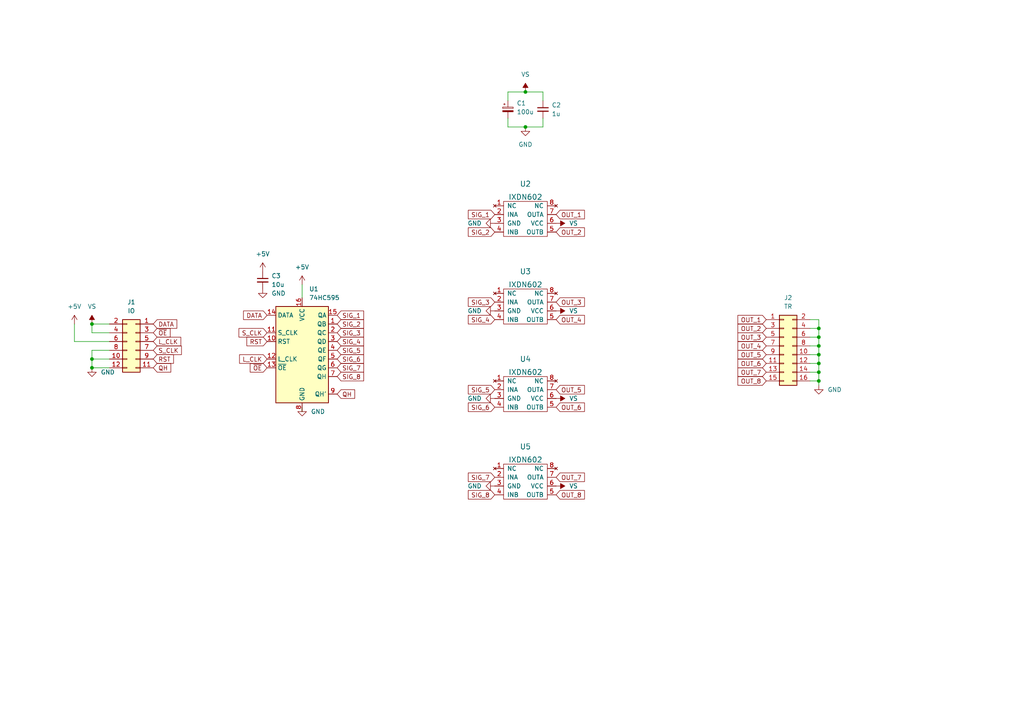
<source format=kicad_sch>
(kicad_sch (version 20211123) (generator eeschema)
  (paper "A4")
  (title_block (title "amplifier and serial to parallel") (company "Leon Oleschko"))
  (lib_symbols
    (symbol "74xx:74HC595"
      (property "Reference" "U?" (at 2.0194 17.78 0))
      (property "Value" "74HC595" (at 2.0194 15.24 0))
      (symbol "74HC595_1_0"
        (pin tri_state line (at 10.16 7.62 180) (length 2.54) (name "QB") (number "1"))
        (pin input line (at -10.16 2.54 0) (length 2.54) (name "RST") (number "10"))
        (pin input line (at -10.16 5.08 0) (length 2.54) (name "S_CLK") (number "11"))
        (pin input line (at -10.16 -2.54 0) (length 2.54) (name "L_CLK") (number "12"))
        (pin input line (at -10.16 -5.08 0) (length 2.54) (name "~{OE}") (number "13"))
        (pin input line (at -10.16 10.16 0) (length 2.54) (name "DATA") (number "14"))
        (pin tri_state line (at 10.16 10.16 180) (length 2.54) (name "QA") (number "15"))
        (pin power_in line (at 0 15.24 270) (length 2.54) (name "VCC") (number "16"))
        (pin tri_state line (at 10.16 5.08 180) (length 2.54) (name "QC") (number "2"))
        (pin tri_state line (at 10.16 2.54 180) (length 2.54) (name "QD") (number "3"))
        (pin tri_state line (at 10.16 0 180) (length 2.54) (name "QE") (number "4"))
        (pin tri_state line (at 10.16 -2.54 180) (length 2.54) (name "QF") (number "5"))
        (pin tri_state line (at 10.16 -5.08 180) (length 2.54) (name "QG") (number "6"))
        (pin tri_state line (at 10.16 -7.62 180) (length 2.54) (name "QH") (number "7"))
        (pin power_in line (at 0 -17.78 90) (length 2.54) (name "GND") (number "8"))
        (pin output line (at 10.16 -12.7 180) (length 2.54) (name "QH'") (number "9"))
      )
      (symbol "74HC595_1_1"
        (rectangle (start -7.62 12.7) (end 7.62 -15.24) (stroke (width 0.254)) (fill (type background)))
      )
    )
    (symbol "Connector_Generic:Conn_02x06_Odd_Even" (pin_names (offset 1.016) hide)
      (property "Reference" "J" (at 1.27 7.62 0))
      (property "Value" "Conn_02x06_Odd_Even" (at 1.27 -10.16 0))
      (symbol "Conn_02x06_Odd_Even_1_1"
        (rectangle (start -1.27 -7.493) (end 0 -7.747) (stroke (width 0.1524)))
        (rectangle (start -1.27 -4.953) (end 0 -5.207) (stroke (width 0.1524)))
        (rectangle (start -1.27 -2.413) (end 0 -2.667) (stroke (width 0.1524)))
        (rectangle (start -1.27 0.127) (end 0 -0.127) (stroke (width 0.1524)))
        (rectangle (start -1.27 2.667) (end 0 2.413) (stroke (width 0.1524)))
        (rectangle (start -1.27 5.207) (end 0 4.953) (stroke (width 0.1524)))
        (rectangle (start -1.27 6.35) (end 3.81 -8.89) (stroke (width 0.254)) (fill (type background)))
        (rectangle (start 3.81 -7.493) (end 2.54 -7.747) (stroke (width 0.1524)))
        (rectangle (start 3.81 -4.953) (end 2.54 -5.207) (stroke (width 0.1524)))
        (rectangle (start 3.81 -2.413) (end 2.54 -2.667) (stroke (width 0.1524)))
        (rectangle (start 3.81 0.127) (end 2.54 -0.127) (stroke (width 0.1524)))
        (rectangle (start 3.81 2.667) (end 2.54 2.413) (stroke (width 0.1524)))
        (rectangle (start 3.81 5.207) (end 2.54 4.953) (stroke (width 0.1524)))
        (pin passive line (at -5.08 5.08 0) (length 3.81) (name "Pin_1") (number "1"))
        (pin passive line (at 7.62 -5.08 180) (length 3.81) (name "Pin_10") (number "10"))
        (pin passive line (at -5.08 -7.62 0) (length 3.81) (name "Pin_11") (number "11"))
        (pin passive line (at 7.62 -7.62 180) (length 3.81) (name "Pin_12") (number "12"))
        (pin passive line (at 7.62 5.08 180) (length 3.81) (name "Pin_2") (number "2"))
        (pin passive line (at -5.08 2.54 0) (length 3.81) (name "Pin_3") (number "3"))
        (pin passive line (at 7.62 2.54 180) (length 3.81) (name "Pin_4") (number "4"))
        (pin passive line (at -5.08 0 0) (length 3.81) (name "Pin_5") (number "5"))
        (pin passive line (at 7.62 0 180) (length 3.81) (name "Pin_6") (number "6"))
        (pin passive line (at -5.08 -2.54 0) (length 3.81) (name "Pin_7") (number "7"))
        (pin passive line (at 7.62 -2.54 180) (length 3.81) (name "Pin_8") (number "8"))
        (pin passive line (at -5.08 -5.08 0) (length 3.81) (name "Pin_9") (number "9"))
      )
    )
    (symbol "Connector_Generic:Conn_02x08_Odd_Even" (pin_names (offset 1.016) hide)
      (property "Reference" "J" (at 1.27 10.16 0))
      (property "Value" "Conn_02x08_Odd_Even" (at 1.27 -12.7 0))
      (symbol "Conn_02x08_Odd_Even_1_1"
        (rectangle (start -1.27 -10.033) (end 0 -10.287) (stroke (width 0.1524)))
        (rectangle (start -1.27 -7.493) (end 0 -7.747) (stroke (width 0.1524)))
        (rectangle (start -1.27 -4.953) (end 0 -5.207) (stroke (width 0.1524)))
        (rectangle (start -1.27 -2.413) (end 0 -2.667) (stroke (width 0.1524)))
        (rectangle (start -1.27 0.127) (end 0 -0.127) (stroke (width 0.1524)))
        (rectangle (start -1.27 2.667) (end 0 2.413) (stroke (width 0.1524)))
        (rectangle (start -1.27 5.207) (end 0 4.953) (stroke (width 0.1524)))
        (rectangle (start -1.27 7.747) (end 0 7.493) (stroke (width 0.1524)))
        (rectangle (start -1.27 8.89) (end 3.81 -11.43) (stroke (width 0.254)) (fill (type background)))
        (rectangle (start 3.81 -10.033) (end 2.54 -10.287) (stroke (width 0.1524)))
        (rectangle (start 3.81 -7.493) (end 2.54 -7.747) (stroke (width 0.1524)))
        (rectangle (start 3.81 -4.953) (end 2.54 -5.207) (stroke (width 0.1524)))
        (rectangle (start 3.81 -2.413) (end 2.54 -2.667) (stroke (width 0.1524)))
        (rectangle (start 3.81 0.127) (end 2.54 -0.127) (stroke (width 0.1524)))
        (rectangle (start 3.81 2.667) (end 2.54 2.413) (stroke (width 0.1524)))
        (rectangle (start 3.81 5.207) (end 2.54 4.953) (stroke (width 0.1524)))
        (rectangle (start 3.81 7.747) (end 2.54 7.493) (stroke (width 0.1524)))
        (pin passive line (at -5.08 7.62 0) (length 3.81) (name "Pin_1") (number "1"))
        (pin passive line (at 7.62 -2.54 180) (length 3.81) (name "Pin_10") (number "10"))
        (pin passive line (at -5.08 -5.08 0) (length 3.81) (name "Pin_11") (number "11"))
        (pin passive line (at 7.62 -5.08 180) (length 3.81) (name "Pin_12") (number "12"))
        (pin passive line (at -5.08 -7.62 0) (length 3.81) (name "Pin_13") (number "13"))
        (pin passive line (at 7.62 -7.62 180) (length 3.81) (name "Pin_14") (number "14"))
        (pin passive line (at -5.08 -10.16 0) (length 3.81) (name "Pin_15") (number "15"))
        (pin passive line (at 7.62 -10.16 180) (length 3.81) (name "Pin_16") (number "16"))
        (pin passive line (at 7.62 7.62 180) (length 3.81) (name "Pin_2") (number "2"))
        (pin passive line (at -5.08 5.08 0) (length 3.81) (name "Pin_3") (number "3"))
        (pin passive line (at 7.62 5.08 180) (length 3.81) (name "Pin_4") (number "4"))
        (pin passive line (at -5.08 2.54 0) (length 3.81) (name "Pin_5") (number "5"))
        (pin passive line (at 7.62 2.54 180) (length 3.81) (name "Pin_6") (number "6"))
        (pin passive line (at -5.08 0 0) (length 3.81) (name "Pin_7") (number "7"))
        (pin passive line (at 7.62 0 180) (length 3.81) (name "Pin_8") (number "8"))
        (pin passive line (at -5.08 -2.54 0) (length 3.81) (name "Pin_9") (number "9"))
      )
    )
    (symbol "Device:C_Polarized_Small" (pin_numbers hide) (pin_names (offset 0.254) hide)
      (property "Reference" "C" (at 0.254 1.778 0))
      (property "Value" "C_Polarized_Small" (at 0.254 -2.032 0))
      (symbol "C_Polarized_Small_0_1"
        (rectangle (start -1.524 -0.3048) (end 1.524 -0.6858) (fill (type outline)))
        (rectangle (start -1.524 0.6858) (end 1.524 0.3048))
        (polyline (pts (xy -1.27 1.524) (xy -0.762 1.524)))
        (polyline (pts (xy -1.016 1.27) (xy -1.016 1.778)))
      )
      (symbol "C_Polarized_Small_1_1"
        (pin passive line (at 0 2.54 270) (length 1.8542) (name "~") (number "1"))
        (pin passive line (at 0 -2.54 90) (length 1.8542) (name "~") (number "2"))
      )
    )
    (symbol "Device:C_Small" (pin_numbers hide) (pin_names (offset 0.254) hide)
      (property "Reference" "C" (at 0.254 1.778 0))
      (property "Value" "C_Small" (at 0.254 -2.032 0))
      (symbol "C_Small_0_1"
        (polyline (pts (xy -1.524 -0.508) (xy 1.524 -0.508)) (stroke (width 0.3302)))
        (polyline (pts (xy -1.524 0.508) (xy 1.524 0.508)) (stroke (width 0.3048)))
      )
      (symbol "C_Small_1_1"
        (pin passive line (at 0 2.54 270) (length 2.032) (name "~") (number "1"))
        (pin passive line (at 0 -2.54 90) (length 2.032) (name "~") (number "2"))
      )
    )
    (symbol "IXDN602_1" (pin_names (offset 1.016))
      (property "Reference" "U2" (at 0 10.16 0))
      (property "Value" "IXDN602_1" (at 0 6.35 0))
      (symbol "IXDN602_1_0_1"
        (rectangle (start -6.35 5.08) (end 6.35 -5.08))
      )
      (symbol "IXDN602_1_1_1"
        (pin no_connect line (at -8.89 3.81 0) (length 2.54) (name "NC") (number "1"))
        (pin input line (at -8.89 1.27 0) (length 2.54) (name "INA") (number "2"))
        (pin passive line (at -8.89 -1.27 0) (length 2.54) (name "GND") (number "3"))
        (pin input line (at -8.89 -3.81 0) (length 2.54) (name "INB") (number "4"))
        (pin output line (at 8.89 -3.81 180) (length 2.54) (name "OUTB") (number "5"))
        (pin passive line (at 8.89 -1.27 180) (length 2.54) (name "VCC") (number "6"))
        (pin output line (at 8.89 1.27 180) (length 2.54) (name "OUTA") (number "7"))
        (pin no_connect line (at 8.89 3.81 180) (length 2.54) (name "NC") (number "8"))
      )
    )
    (symbol "power:+5V" (power) (pin_names (offset 0))
      (property "Value" "+5V" (at 0 3.556 0))
      (symbol "+5V_0_1"
        (polyline (pts (xy -0.762 1.27) (xy 0 2.54)))
        (polyline (pts (xy 0 0) (xy 0 2.54)))
        (polyline (pts (xy 0 2.54) (xy 0.762 1.27)))
      )
      (symbol "+5V_1_1"
        (pin power_in line (at 0 0 90) (length 0) hide (name "+5V") (number "1"))
      )
    )
    (symbol "power:GND" (power) (pin_names (offset 0))
      (property "Value" "GND" (at 0 -3.81 0))
      (symbol "GND_0_1"
        (polyline (pts (xy 0 0) (xy 0 -1.27) (xy 1.27 -1.27) (xy 0 -2.54) (xy -1.27 -1.27) (xy 0 -1.27)))
      )
      (symbol "GND_1_1"
        (pin power_in line (at 0 0 270) (length 0) hide (name "GND") (number "1"))
      )
    )
    (symbol "power:VS" (power) (pin_names (offset 0))
      (property "Value" "VS" (at 0 3.81 0))
      (symbol "VS_0_1"
        (polyline (pts (xy 0 0) (xy 0 2.54)))
        (polyline (pts (xy 0.762 1.27) (xy -0.762 1.27) (xy 0 2.54) (xy 0.762 1.27)) (fill (type outline)))
      )
      (symbol "VS_1_1"
        (pin power_in line (at 0 0 90) (length 0) hide (name "VS") (number "1"))
      )
    )
  )
  (junction (at 26.67 106.68))
  (junction (at 237.49 107.95))
  (junction (at 26.67 93.98))
  (junction (at 237.49 97.79))
  (junction (at 237.49 105.41))
  (junction (at 237.49 100.33))
  (junction (at 237.49 102.87))
  (junction (at 152.4 26.67))
  (junction (at 237.49 110.49))
  (junction (at 26.67 104.14))
  (junction (at 152.4 36.83))
  (junction (at 237.49 95.25))
  (wire (pts (xy 237.49 97.79) (xy 237.49 100.33)))
  (wire (pts (xy 234.95 110.49) (xy 237.49 110.49)))
  (wire (pts (xy 234.95 105.41) (xy 237.49 105.41)))
  (wire (pts (xy 234.95 100.33) (xy 237.49 100.33)))
  (wire (pts (xy 147.32 34.29) (xy 147.32 36.83)))
  (wire (pts (xy 234.95 95.25) (xy 237.49 95.25)))
  (wire (pts (xy 87.63 119.38) (xy 87.63 118.11)))
  (wire (pts (xy 234.95 92.71) (xy 237.49 92.71)))
  (wire (pts (xy 21.59 99.06) (xy 31.75 99.06)))
  (wire (pts (xy 234.95 102.87) (xy 237.49 102.87)))
  (wire (pts (xy 237.49 100.33) (xy 237.49 102.87)))
  (wire (pts (xy 87.63 86.36) (xy 87.63 82.55)))
  (wire (pts (xy 26.67 96.52) (xy 26.67 93.98)))
  (wire (pts (xy 26.67 101.6) (xy 26.67 104.14)))
  (wire (pts (xy 237.49 105.41) (xy 237.49 107.95)))
  (wire (pts (xy 237.49 92.71) (xy 237.49 95.25)))
  (wire (pts (xy 152.4 26.67) (xy 157.48 26.67)))
  (wire (pts (xy 237.49 102.87) (xy 237.49 105.41)))
  (wire (pts (xy 234.95 97.79) (xy 237.49 97.79)))
  (wire (pts (xy 147.32 36.83) (xy 152.4 36.83)))
  (wire (pts (xy 157.48 29.21) (xy 157.48 26.67)))
  (wire (pts (xy 157.48 36.83) (xy 157.48 34.29)))
  (wire (pts (xy 237.49 110.49) (xy 237.49 111.76)))
  (wire (pts (xy 31.75 101.6) (xy 26.67 101.6)))
  (wire (pts (xy 147.32 26.67) (xy 152.4 26.67)))
  (wire (pts (xy 234.95 107.95) (xy 237.49 107.95)))
  (wire (pts (xy 21.59 93.98) (xy 21.59 99.06)))
  (wire (pts (xy 31.75 104.14) (xy 26.67 104.14)))
  (wire (pts (xy 152.4 36.83) (xy 157.48 36.83)))
  (wire (pts (xy 237.49 95.25) (xy 237.49 97.79)))
  (wire (pts (xy 26.67 93.98) (xy 31.75 93.98)))
  (wire (pts (xy 147.32 29.21) (xy 147.32 26.67)))
  (wire (pts (xy 26.67 106.68) (xy 31.75 106.68)))
  (wire (pts (xy 237.49 107.95) (xy 237.49 110.49)))
  (wire (pts (xy 26.67 104.14) (xy 26.67 106.68)))
  (wire (pts (xy 31.75 96.52) (xy 26.67 96.52)))
  (global_label "~{OE}" (shape input) (at 77.47 106.68 180) (property "Intersheet References" "${INTERSHEET_REFS}" (effects hide)))
  (global_label "OUT_7" (shape input) (at 222.25 107.95 180) (property "Intersheet References" "${INTERSHEET_REFS}" (effects hide)))
  (global_label "~{OE}" (shape input) (at 44.45 96.52 0) (property "Intersheet References" "${INTERSHEET_REFS}" (effects hide)))
  (global_label "OUT_2" (shape input) (at 222.25 95.25 180) (property "Intersheet References" "${INTERSHEET_REFS}" (effects hide)))
  (global_label "SIG_8" (shape input) (at 143.51 143.51 180) (property "Intersheet References" "${INTERSHEET_REFS}" (effects hide)))
  (global_label "S_CLK" (shape input) (at 44.45 101.6 0) (property "Intersheet References" "${INTERSHEET_REFS}" (effects hide)))
  (global_label "SIG_6" (shape input) (at 143.51 118.11 180) (property "Intersheet References" "${INTERSHEET_REFS}" (effects hide)))
  (global_label "SIG_1" (shape input) (at 97.79 91.44 0) (property "Intersheet References" "${INTERSHEET_REFS}" (effects hide)))
  (global_label "SIG_7" (shape input) (at 97.79 106.68 0) (property "Intersheet References" "${INTERSHEET_REFS}" (effects hide)))
  (global_label "SIG_1" (shape input) (at 143.51 62.23 180) (property "Intersheet References" "${INTERSHEET_REFS}" (effects hide)))
  (global_label "SIG_5" (shape input) (at 143.51 113.03 180) (property "Intersheet References" "${INTERSHEET_REFS}" (effects hide)))
  (global_label "OUT_4" (shape input) (at 161.29 92.71 0) (property "Intersheet References" "${INTERSHEET_REFS}" (effects hide)))
  (global_label "QH" (shape input) (at 97.79 114.3 0) (property "Intersheet References" "${INTERSHEET_REFS}" (effects hide)))
  (global_label "SIG_2" (shape input) (at 97.79 93.98 0) (property "Intersheet References" "${INTERSHEET_REFS}" (effects hide)))
  (global_label "SIG_3" (shape input) (at 97.79 96.52 0) (property "Intersheet References" "${INTERSHEET_REFS}" (effects hide)))
  (global_label "DATA" (shape input) (at 44.45 93.98 0) (property "Intersheet References" "${INTERSHEET_REFS}" (effects hide)))
  (global_label "OUT_2" (shape input) (at 161.29 67.31 0) (property "Intersheet References" "${INTERSHEET_REFS}" (effects hide)))
  (global_label "SIG_5" (shape input) (at 97.79 101.6 0) (property "Intersheet References" "${INTERSHEET_REFS}" (effects hide)))
  (global_label "L_CLK" (shape input) (at 44.45 99.06 0) (property "Intersheet References" "${INTERSHEET_REFS}" (effects hide)))
  (global_label "SIG_3" (shape input) (at 143.51 87.63 180) (property "Intersheet References" "${INTERSHEET_REFS}" (effects hide)))
  (global_label "L_CLK" (shape input) (at 77.47 104.14 180) (property "Intersheet References" "${INTERSHEET_REFS}" (effects hide)))
  (global_label "SIG_7" (shape input) (at 143.51 138.43 180) (property "Intersheet References" "${INTERSHEET_REFS}" (effects hide)))
  (global_label "OUT_8" (shape input) (at 222.25 110.49 180) (property "Intersheet References" "${INTERSHEET_REFS}" (effects hide)))
  (global_label "OUT_3" (shape input) (at 161.29 87.63 0) (property "Intersheet References" "${INTERSHEET_REFS}" (effects hide)))
  (global_label "SIG_4" (shape input) (at 143.51 92.71 180) (property "Intersheet References" "${INTERSHEET_REFS}" (effects hide)))
  (global_label "DATA" (shape input) (at 77.47 91.44 180) (property "Intersheet References" "${INTERSHEET_REFS}" (effects hide)))
  (global_label "OUT_1" (shape input) (at 161.29 62.23 0) (property "Intersheet References" "${INTERSHEET_REFS}" (effects hide)))
  (global_label "OUT_8" (shape input) (at 161.29 143.51 0) (property "Intersheet References" "${INTERSHEET_REFS}" (effects hide)))
  (global_label "SIG_2" (shape input) (at 143.51 67.31 180) (property "Intersheet References" "${INTERSHEET_REFS}" (effects hide)))
  (global_label "OUT_1" (shape input) (at 222.25 92.71 180) (property "Intersheet References" "${INTERSHEET_REFS}" (effects hide)))
  (global_label "S_CLK" (shape input) (at 77.47 96.52 180) (property "Intersheet References" "${INTERSHEET_REFS}" (effects hide)))
  (global_label "OUT_4" (shape input) (at 222.25 100.33 180) (property "Intersheet References" "${INTERSHEET_REFS}" (effects hide)))
  (global_label "OUT_5" (shape input) (at 161.29 113.03 0) (property "Intersheet References" "${INTERSHEET_REFS}" (effects hide)))
  (global_label "OUT_7" (shape input) (at 161.29 138.43 0) (property "Intersheet References" "${INTERSHEET_REFS}" (effects hide)))
  (global_label "SIG_6" (shape input) (at 97.79 104.14 0) (property "Intersheet References" "${INTERSHEET_REFS}" (effects hide)))
  (global_label "QH" (shape input) (at 44.45 106.68 0) (property "Intersheet References" "${INTERSHEET_REFS}" (effects hide)))
  (global_label "SIG_4" (shape input) (at 97.79 99.06 0) (property "Intersheet References" "${INTERSHEET_REFS}" (effects hide)))
  (global_label "SIG_8" (shape input) (at 97.79 109.22 0) (property "Intersheet References" "${INTERSHEET_REFS}" (effects hide)))
  (global_label "OUT_5" (shape input) (at 222.25 102.87 180) (property "Intersheet References" "${INTERSHEET_REFS}" (effects hide)))
  (global_label "RST" (shape input) (at 44.45 104.14 0) (property "Intersheet References" "${INTERSHEET_REFS}" (effects hide)))
  (global_label "OUT_6" (shape input) (at 161.29 118.11 0) (property "Intersheet References" "${INTERSHEET_REFS}" (effects hide)))
  (global_label "OUT_6" (shape input) (at 222.25 105.41 180) (property "Intersheet References" "${INTERSHEET_REFS}" (effects hide)))
  (global_label "RST" (shape input) (at 77.47 99.06 180) (property "Intersheet References" "${INTERSHEET_REFS}" (effects hide)))
  (global_label "OUT_3" (shape input) (at 222.25 97.79 180) (property "Intersheet References" "${INTERSHEET_REFS}" (effects hide)))
  (symbol (lib_id "Device:C_Polarized_Small") (at 147.32 31.75 0) (unit 1)
    (property "Reference" "C1" (at 149.86 29.9338 0) (effects (justify left)))
    (property "Value" "100u" (at 149.86 32.4738 0) (effects (justify left)))
    (property "Footprint" "Capacitor_THT:CP_Radial_D8.0mm_P3.50mm" (effects hide))
    (property "LCSC #" "C190967" (effects hide))
  )
  (symbol (lib_id "power:GND") (at 143.51 140.97 270) (unit 1)
    (property "Reference" "#PWR011" (effects hide))
    (property "Value" "GND" (at 139.7 140.9699 90) (effects (justify right)))
  )
  (symbol (lib_id "power:VS") (at 161.29 115.57 270) (unit 1)
    (property "Reference" "#PWR016" (effects hide))
    (property "Value" "VS" (at 165.1 115.5699 90) (effects (justify left)))
  )
  (symbol (lib_id "Connector_Generic:Conn_02x08_Odd_Even") (at 227.33 100.33 0) (unit 1)
    (property "Reference" "J2" (at 228.6 86.36 0))
    (property "Value" "TR" (at 228.6 88.9 0))
    (property "Footprint" "Connector_PinHeader_2.54mm:PinHeader_2x08_P2.54mm_Horizontal" (effects hide))
  )
  (symbol (lib_id "power:GND") (at 76.2 83.82 0) (unit 1)
    (property "Reference" "#PWR05" (effects hide))
    (property "Value" "GND" (at 78.74 85.0899 0) (effects (justify left)))
  )
  (symbol (lib_name "IXDN602_1") (lib_id "tinkerforge:IXDN602") (at 152.4 63.5 0) (unit 1)
    (property "Reference" "U2" (at 152.4 53.34 0) (effects (font (size 1.524 1.524))))
    (property "Value" "IXDN602" (at 152.4 57.15 0) (effects (font (size 1.524 1.524))))
    (property "Footprint" "Package_DIP:DIP-8_W7.62mm" (effects hide))
    (property "Datasheet" "https://www.mouser.de/datasheet/2/240/IXD_602-1830490.pdf" (effects hide))
    (property "LCSC #" "C426683" (effects hide))
  )
  (symbol (lib_name "IXDN602_1") (lib_id "tinkerforge:IXDN602") (at 152.4 114.3 0) (unit 1)
    (property "Reference" "U4" (at 152.4 104.14 0) (effects (font (size 1.524 1.524))))
    (property "Value" "IXDN602" (at 152.4 107.95 0) (effects (font (size 1.524 1.524))))
    (property "Footprint" "Package_DIP:DIP-8_W7.62mm" (effects hide))
    (property "Datasheet" "https://www.mouser.de/datasheet/2/240/IXD_602-1830490.pdf" (effects hide))
    (property "LCSC #" "C426683" (effects hide))
  )
  (symbol (lib_id "power:VS") (at 152.4 26.67 0) (unit 1)
    (property "Reference" "#PWR012" (effects hide))
    (property "Value" "VS" (at 152.4 21.59 0))
  )
  (symbol (lib_id "power:+5V") (at 87.63 82.55 0) (unit 1)
    (property "Reference" "#PWR06" (effects hide))
    (property "Value" "+5V" (at 87.63 77.47 0))
  )
  (symbol (lib_name "IXDN602_1") (lib_id "tinkerforge:IXDN602") (at 152.4 139.7 0) (unit 1)
    (property "Reference" "U5" (at 152.4 129.54 0) (effects (font (size 1.524 1.524))))
    (property "Value" "IXDN602" (at 152.4 133.35 0) (effects (font (size 1.524 1.524))))
    (property "Footprint" "Package_DIP:DIP-8_W7.62mm" (effects hide))
    (property "Datasheet" "https://www.mouser.de/datasheet/2/240/IXD_602-1830490.pdf" (effects hide))
    (property "LCSC #" "C426683" (effects hide))
  )
  (symbol (lib_id "Device:C_Small") (at 76.2 81.28 0) (unit 1)
    (property "Reference" "C3" (at 78.74 80.0162 0) (effects (justify left)))
    (property "Value" "10u" (at 78.74 82.5562 0) (effects (justify left)))
    (property "Footprint" "Capacitor_SMD:C_1206_3216Metric_Pad1.33x1.80mm_HandSolder" (effects hide))
  )
  (symbol (lib_id "power:GND") (at 143.51 90.17 270) (unit 1)
    (property "Reference" "#PWR09" (effects hide))
    (property "Value" "GND" (at 139.7 90.1699 90) (effects (justify right)))
  )
  (symbol (lib_id "power:GND") (at 237.49 111.76 0) (unit 1)
    (property "Reference" "#PWR026" (effects hide))
    (property "Value" "GND" (at 240.03 113.0299 0) (effects (justify left)))
  )
  (symbol (lib_id "power:GND") (at 143.51 64.77 270) (unit 1)
    (property "Reference" "#PWR08" (effects hide))
    (property "Value" "GND" (at 139.7 64.7699 90) (effects (justify right)))
  )
  (symbol (lib_name "IXDN602_1") (lib_id "tinkerforge:IXDN602") (at 152.4 88.9 0) (unit 1)
    (property "Reference" "U3" (at 152.4 78.74 0) (effects (font (size 1.524 1.524))))
    (property "Value" "IXDN602" (at 152.4 82.55 0) (effects (font (size 1.524 1.524))))
    (property "Footprint" "Package_DIP:DIP-8_W7.62mm" (effects hide))
    (property "Datasheet" "https://www.mouser.de/datasheet/2/240/IXD_602-1830490.pdf" (effects hide))
    (property "LCSC #" "C426683" (effects hide))
  )
  (symbol (lib_id "74xx:74HC595") (at 87.63 101.6 0) (unit 1)
    (property "Reference" "U1" (at 89.6494 83.82 0) (effects (justify left)))
    (property "Value" "74HC595" (at 89.6494 86.36 0) (effects (justify left)))
    (property "Footprint" "Package_SO:TSSOP-16_4.4x5mm_P0.65mm" (effects hide))
    (property "Datasheet" "https://www.mouser.de/datasheet/2/308/1/MC74HC595A_D-2315728.pdf" (effects hide))
    (property "LCSC #" "C110383\n" (effects hide))
  )
  (symbol (lib_id "power:VS") (at 26.67 93.98 0) (unit 1)
    (property "Reference" "#PWR02" (effects hide))
    (property "Value" "VS" (at 26.67 88.9 0))
  )
  (symbol (lib_id "Connector_Generic:Conn_02x06_Odd_Even") (at 39.37 99.06 0) (mirror y) (unit 1)
    (property "Reference" "J1" (at 38.1 87.63 0))
    (property "Value" "IO" (at 38.1 90.17 0))
    (property "Footprint" "Connector_PinHeader_2.54mm:PinHeader_2x06_P2.54mm_Horizontal" (effects hide))
  )
  (symbol (lib_id "power:+5V") (at 21.59 93.98 0) (unit 1)
    (property "Reference" "#PWR01" (effects hide))
    (property "Value" "+5V" (at 21.59 88.9 0))
  )
  (symbol (lib_id "power:GND") (at 152.4 36.83 0) (mirror y) (unit 1)
    (property "Reference" "#PWR013" (effects hide))
    (property "Value" "GND" (at 152.4 41.91 0))
  )
  (symbol (lib_id "power:VS") (at 161.29 64.77 270) (unit 1)
    (property "Reference" "#PWR014" (effects hide))
    (property "Value" "VS" (at 165.1 64.7699 90) (effects (justify left)))
  )
  (symbol (lib_id "power:VS") (at 161.29 140.97 270) (unit 1)
    (property "Reference" "#PWR017" (effects hide))
    (property "Value" "VS" (at 165.1 140.9699 90) (effects (justify left)))
  )
  (symbol (lib_id "power:+5V") (at 76.2 78.74 0) (unit 1)
    (property "Reference" "#PWR04" (effects hide))
    (property "Value" "+5V" (at 76.2 73.66 0))
  )
  (symbol (lib_id "Device:C_Small") (at 157.48 31.75 0) (unit 1)
    (property "Reference" "C2" (at 160.02 30.4862 0) (effects (justify left)))
    (property "Value" "1u" (at 160.02 33.0262 0) (effects (justify left)))
    (property "Footprint" "Capacitor_SMD:C_1206_3216Metric_Pad1.33x1.80mm_HandSolder" (effects hide))
  )
  (symbol (lib_id "power:GND") (at 143.51 115.57 270) (unit 1)
    (property "Reference" "#PWR010" (effects hide))
    (property "Value" "GND" (at 139.7 115.5699 90) (effects (justify right)))
  )
  (symbol (lib_id "power:GND") (at 87.63 118.11 0) (unit 1)
    (property "Reference" "#PWR07" (effects hide))
    (property "Value" "GND" (at 90.17 119.3799 0) (effects (justify left)))
  )
  (symbol (lib_id "power:GND") (at 26.67 106.68 0) (unit 1)
    (property "Reference" "#PWR03" (effects hide))
    (property "Value" "GND" (at 29.21 107.9499 0) (effects (justify left)))
  )
  (symbol (lib_id "power:VS") (at 161.29 90.17 270) (unit 1)
    (property "Reference" "#PWR015" (effects hide))
    (property "Value" "VS" (at 165.1 90.1699 90) (effects (justify left)))
  )
)
</source>
